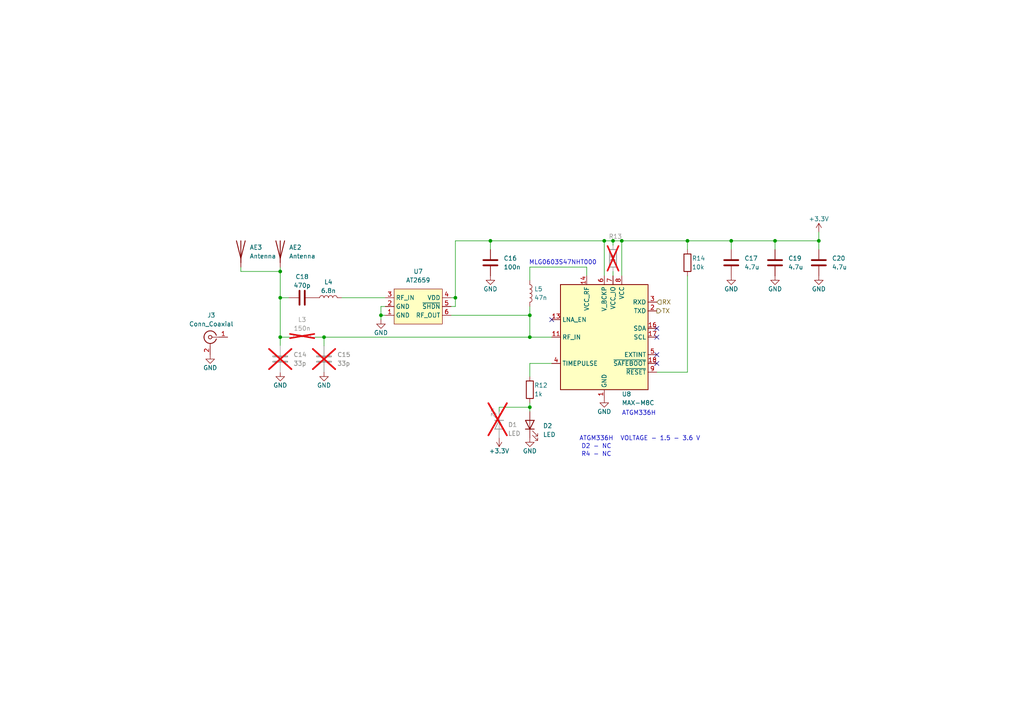
<source format=kicad_sch>
(kicad_sch (version 20250114) (generator "eeschema") (generator_version "9.0")
  (paper "A4")
  (lib_symbols
    (symbol "Connector:Conn_Coaxial" (pin_names (offset 1.016) (hide yes))
      (property "Reference" "J" (at 0.254 3.048 0))
      (property "Value" "Conn_Coaxial" (at 2.921 0 90))
      (symbol "Conn_Coaxial_0_1"
        (polyline (pts (xy -2.54 0) (xy -0.508 0)))
        (arc (start 1.778 0) (mid 0.222 -1.8079) (end -1.778 -0.508) (stroke (width 0.254)))
        (arc (start -1.778 0.508) (mid 0.2221 1.8084) (end 1.778 0) (stroke (width 0.254)))
        (circle (center 0 0) (radius 0.508) (stroke (width 0.2032)))
        (polyline (pts (xy 0 -2.54) (xy 0 -1.778)))
      )
      (symbol "Conn_Coaxial_1_1"
        (pin passive line (at -5.08 0 0) (length 2.54) (name "In") (number "1"))
        (pin passive line (at 0 -5.08 90) (length 2.54) (name "Ext") (number "2"))
      )
    )
    (symbol "Device:Antenna" (pin_numbers (hide yes)) (pin_names (offset 1.016) (hide yes))
      (property "Reference" "AE" (at -1.905 1.905 0))
      (property "Value" "Antenna" (at -1.905 0 0))
      (symbol "Antenna_0_1"
        (polyline (pts (xy 0 2.54) (xy 0 -3.81)) (stroke (width 0.254)))
        (polyline (pts (xy 1.27 2.54) (xy 0 -2.54) (xy -1.27 2.54)) (stroke (width 0.254)))
      )
      (symbol "Antenna_1_1"
        (pin input line (at 0 -5.08 90) (length 2.54) (name "A") (number "1"))
      )
    )
    (symbol "Device:C" (pin_numbers (hide yes)) (pin_names (offset 0.254))
      (property "Reference" "C" (at 0.635 2.54 0))
      (property "Value" "C" (at 0.635 -2.54 0))
      (symbol "C_0_1"
        (polyline (pts (xy -2.032 0.762) (xy 2.032 0.762)) (stroke (width 0.508)))
        (polyline (pts (xy -2.032 -0.762) (xy 2.032 -0.762)) (stroke (width 0.508)))
      )
      (symbol "C_1_1"
        (pin passive line (at 0 3.81 270) (length 2.794) (name "~") (number "1"))
        (pin passive line (at 0 -3.81 90) (length 2.794) (name "~") (number "2"))
      )
    )
    (symbol "Device:L" (pin_numbers (hide yes)) (pin_names (offset 1.016) (hide yes))
      (property "Reference" "L" (at -1.27 0 90))
      (property "Value" "L" (at 1.905 0 90))
      (symbol "L_0_1"
        (arc (start 0 2.54) (mid 0.6323 1.905) (end 0 1.27))
        (arc (start 0 1.27) (mid 0.6323 0.635) (end 0 0))
        (arc (start 0 0) (mid 0.6323 -0.635) (end 0 -1.27))
        (arc (start 0 -1.27) (mid 0.6323 -1.905) (end 0 -2.54))
      )
      (symbol "L_1_1"
        (pin passive line (at 0 3.81 270) (length 1.27) (name "1") (number "1"))
        (pin passive line (at 0 -3.81 90) (length 1.27) (name "2") (number "2"))
      )
    )
    (symbol "Device:LED" (pin_numbers (hide yes)) (pin_names (offset 1.016) (hide yes))
      (property "Reference" "D" (at 0 2.54 0))
      (property "Value" "LED" (at 0 -2.54 0))
      (symbol "LED_0_1"
        (polyline (pts (xy -3.048 -0.762) (xy -4.572 -2.286) (xy -3.81 -2.286) (xy -4.572 -2.286) (xy -4.572 -1.524)))
        (polyline (pts (xy -1.778 -0.762) (xy -3.302 -2.286) (xy -2.54 -2.286) (xy -3.302 -2.286) (xy -3.302 -1.524)))
        (polyline (pts (xy -1.27 0) (xy 1.27 0)))
        (polyline (pts (xy -1.27 -1.27) (xy -1.27 1.27)) (stroke (width 0.254)))
        (polyline (pts (xy 1.27 -1.27) (xy 1.27 1.27) (xy -1.27 0) (xy 1.27 -1.27)) (stroke (width 0.254)))
      )
      (symbol "LED_1_1"
        (pin passive line (at -3.81 0 0) (length 2.54) (name "K") (number "1"))
        (pin passive line (at 3.81 0 180) (length 2.54) (name "A") (number "2"))
      )
    )
    (symbol "Device:R" (pin_numbers (hide yes)) (pin_names (offset 0))
      (property "Reference" "R" (at 2.032 0 90))
      (property "Value" "R" (at 0 0 90))
      (symbol "R_0_1"
        (rectangle (start -1.016 -2.54) (end 1.016 2.54) (stroke (width 0.254)))
      )
      (symbol "R_1_1"
        (pin passive line (at 0 3.81 270) (length 1.27) (name "~") (number "1"))
        (pin passive line (at 0 -3.81 90) (length 1.27) (name "~") (number "2"))
      )
    )
    (symbol "PrjLib:AT2659"
      (property "Reference" "U?" (at 3.556 3.81 0))
      (property "Value" "AT2659" (at 6.096 -8.89 0))
      (symbol "AT2659_1_1"
        (rectangle (start 2.54 2.54) (end 16.51 -7.62) (fill (type background)))
        (pin power_in line (at 0 0 0) (length 2.54) (name "GND") (number "1"))
        (pin power_in line (at 0 -2.54 0) (length 2.54) (name "GND") (number "2"))
        (pin input line (at 0 -5.08 0) (length 2.54) (name "RF_IN") (number "3"))
        (pin input line (at 19.05 0 180) (length 2.54) (name "RF_OUT") (number "6"))
        (pin power_in line (at 19.05 -2.54 180) (length 2.54) (name "~{SHDN}") (number "5"))
        (pin power_in line (at 19.05 -5.08 180) (length 2.54) (name "VDD") (number "4"))
      )
    )
    (symbol "RF_GPS:MAX-M8C"
      (property "Reference" "U" (at -10.16 16.51 0))
      (property "Value" "MAX-M8C" (at 11.43 16.51 0))
      (symbol "MAX-M8C_0_1"
        (rectangle (start 12.7 15.24) (end -12.7 -15.24) (stroke (width 0.254)) (fill (type background)))
      )
      (symbol "MAX-M8C_1_1"
        (pin input line (at -15.24 10.16 0) (length 2.54) (name "RXD") (number "3"))
        (pin output line (at -15.24 7.62 0) (length 2.54) (name "TXD") (number "2"))
        (pin bidirectional line (at -15.24 2.54 0) (length 2.54) (name "SDA") (number "16"))
        (pin input line (at -15.24 0 0) (length 2.54) (name "SCL") (number "17"))
        (pin input line (at -15.24 -5.08 0) (length 2.54) (name "EXTINT") (number "5"))
        (pin input line (at -15.24 -7.62 0) (length 2.54) (name "~{SAFEBOOT}") (number "18"))
        (pin input line (at -15.24 -10.16 0) (length 2.54) (name "~{RESET}") (number "9"))
        (pin power_in line (at -5.08 17.78 270) (length 2.54) (name "VCC") (number "8"))
        (pin power_in line (at -2.54 17.78 270) (length 2.54) (name "VCC_IO") (number "7"))
        (pin power_in line (at 0 17.78 270) (length 2.54) (name "V_BCKP") (number "6"))
        (pin power_in line (at 0 -17.78 90) (length 2.54) (name "GND") (number "1"))
        (pin passive line (at 0 -17.78 90) (length 2.54) (hide yes) (name "GND") (number "10"))
        (pin passive line (at 0 -17.78 90) (length 2.54) (hide yes) (name "GND") (number "12"))
        (pin power_out line (at 5.08 17.78 270) (length 2.54) (name "VCC_RF") (number "14"))
        (pin no_connect line (at 12.7 -5.08 180) (length 2.54) (hide yes) (name "Reserved") (number "15"))
        (pin output line (at 15.24 5.08 180) (length 2.54) (name "LNA_EN") (number "13"))
        (pin input line (at 15.24 0 180) (length 2.54) (name "RF_IN") (number "11"))
        (pin output line (at 15.24 -7.62 180) (length 2.54) (name "TIMEPULSE") (number "4"))
      )
    )
    (symbol "power:+3.3V" (power) (pin_names (offset 0))
      (property "Value" "+3.3V" (at 0 3.556 0))
      (symbol "+3.3V_0_1"
        (polyline (pts (xy -0.762 1.27) (xy 0 2.54)))
        (polyline (pts (xy 0 2.54) (xy 0.762 1.27)))
        (polyline (pts (xy 0 0) (xy 0 2.54)))
      )
      (symbol "+3.3V_1_1"
        (pin power_in line (at 0 0 90) (length 0) (hide yes) (name "+3.3V") (number "1"))
      )
    )
    (symbol "power:GND" (power) (pin_names (offset 0))
      (property "Value" "GND" (at 0 -3.81 0))
      (symbol "GND_0_1"
        (polyline (pts (xy 0 0) (xy 0 -1.27) (xy 1.27 -1.27) (xy 0 -2.54) (xy -1.27 -1.27) (xy 0 -1.27)))
      )
      (symbol "GND_1_1"
        (pin power_in line (at 0 0 270) (length 0) (hide yes) (name "GND") (number "1"))
      )
    )
  )
  (text "D2 - NC\n" (at 172.974 129.54 0) (effects (font (size 1.27 1.27))))
  (text "VOLTAGE - 1.5 - 3.6 V" (at 191.516 127.254 0) (effects (font (size 1.27 1.27))))
  (text "ATGM336H" (at 180.34 120.65 0) (effects (font (size 1.27 1.27)) (justify left bottom)))
  (text "R4 - NC\n" (at 172.974 131.826 0) (effects (font (size 1.27 1.27))))
  (text "MLG0603S47NHT000" (at 153.416 76.962 0) (effects (font (size 1.27 1.27)) (justify left bottom)))
  (text "ATGM336H" (at 172.974 127.254 0) (effects (font (size 1.27 1.27))))
  (junction (at 237.49 69.85))
  (junction (at 212.09 69.85))
  (junction (at 81.28 86.36))
  (junction (at 153.67 97.79))
  (junction (at 110.49 91.44))
  (junction (at 224.79 69.85))
  (junction (at 93.98 97.79))
  (junction (at 175.26 69.85))
  (junction (at 180.34 69.85))
  (junction (at 153.67 91.44))
  (junction (at 153.67 118.11))
  (junction (at 81.28 97.79))
  (junction (at 142.24 69.85))
  (junction (at 177.8 69.85))
  (junction (at 81.28 78.74))
  (junction (at 199.39 69.85))
  (junction (at 132.08 86.36))
  (no_connect (at 190.5 95.25))
  (no_connect (at 190.5 97.79))
  (no_connect (at 190.5 105.41))
  (no_connect (at 160.02 92.71))
  (no_connect (at 190.5 102.87))
  (wire (pts (xy 175.26 69.85) (xy 175.26 80.01)))
  (wire (pts (xy 177.8 69.85) (xy 180.34 69.85)))
  (wire (pts (xy 130.81 88.9) (xy 132.08 88.9)))
  (wire (pts (xy 130.81 91.44) (xy 153.67 91.44)))
  (wire (pts (xy 175.26 69.85) (xy 177.8 69.85)))
  (wire (pts (xy 153.67 109.22) (xy 153.67 105.41)))
  (wire (pts (xy 153.67 118.11) (xy 153.67 116.84)))
  (wire (pts (xy 144.78 118.11) (xy 153.67 118.11)))
  (wire (pts (xy 177.8 69.85) (xy 177.8 71.12)))
  (wire (pts (xy 199.39 69.85) (xy 212.09 69.85)))
  (wire (pts (xy 81.28 78.74) (xy 81.28 86.36)))
  (wire (pts (xy 132.08 69.85) (xy 132.08 86.36)))
  (wire (pts (xy 81.28 86.36) (xy 81.28 97.79)))
  (wire (pts (xy 83.82 97.79) (xy 81.28 97.79)))
  (wire (pts (xy 199.39 80.01) (xy 199.39 107.95)))
  (wire (pts (xy 110.49 91.44) (xy 110.49 92.71)))
  (wire (pts (xy 177.8 78.74) (xy 177.8 80.01)))
  (wire (pts (xy 93.98 97.79) (xy 153.67 97.79)))
  (wire (pts (xy 170.18 77.47) (xy 170.18 80.01)))
  (wire (pts (xy 190.5 107.95) (xy 199.39 107.95)))
  (wire (pts (xy 180.34 69.85) (xy 199.39 69.85)))
  (wire (pts (xy 237.49 69.85) (xy 237.49 72.39)))
  (wire (pts (xy 93.98 97.79) (xy 93.98 100.33)))
  (wire (pts (xy 153.67 105.41) (xy 160.02 105.41)))
  (wire (pts (xy 153.67 81.28) (xy 153.67 77.47)))
  (wire (pts (xy 153.67 88.9) (xy 153.67 91.44)))
  (wire (pts (xy 153.67 77.47) (xy 170.18 77.47)))
  (wire (pts (xy 212.09 69.85) (xy 224.79 69.85)))
  (wire (pts (xy 212.09 69.85) (xy 212.09 72.39)))
  (wire (pts (xy 81.28 97.79) (xy 81.28 100.33)))
  (wire (pts (xy 132.08 88.9) (xy 132.08 86.36)))
  (wire (pts (xy 69.85 77.47) (xy 69.85 78.74)))
  (wire (pts (xy 224.79 69.85) (xy 237.49 69.85)))
  (wire (pts (xy 142.24 69.85) (xy 142.24 72.39)))
  (wire (pts (xy 144.78 118.11) (xy 144.78 119.38)))
  (wire (pts (xy 81.28 77.47) (xy 81.28 78.74)))
  (wire (pts (xy 153.67 97.79) (xy 160.02 97.79)))
  (wire (pts (xy 132.08 86.36) (xy 130.81 86.36)))
  (wire (pts (xy 110.49 88.9) (xy 110.49 91.44)))
  (wire (pts (xy 153.67 91.44) (xy 153.67 97.79)))
  (wire (pts (xy 175.26 69.85) (xy 142.24 69.85)))
  (wire (pts (xy 91.44 97.79) (xy 93.98 97.79)))
  (wire (pts (xy 153.67 119.38) (xy 153.67 118.11)))
  (wire (pts (xy 69.85 78.74) (xy 81.28 78.74)))
  (wire (pts (xy 81.28 86.36) (xy 83.82 86.36)))
  (wire (pts (xy 180.34 69.85) (xy 180.34 80.01)))
  (wire (pts (xy 99.06 86.36) (xy 111.76 86.36)))
  (wire (pts (xy 110.49 91.44) (xy 111.76 91.44)))
  (wire (pts (xy 142.24 69.85) (xy 132.08 69.85)))
  (wire (pts (xy 237.49 67.31) (xy 237.49 69.85)))
  (wire (pts (xy 111.76 88.9) (xy 110.49 88.9)))
  (wire (pts (xy 224.79 69.85) (xy 224.79 72.39)))
  (wire (pts (xy 199.39 69.85) (xy 199.39 72.39)))
  (hierarchical_label "TX" (shape output) (at 190.5 90.17 0))
  (hierarchical_label "RX" (shape input) (at 190.5 87.63 0))
  (symbol (lib_id "Device:C") (at 142.24 76.2 0) (unit 1)
    (property "Reference" "C16" (at 146.05 74.9299 0) (effects (justify left)))
    (property "Value" "100n" (at 146.05 77.4699 0) (effects (justify left)))
    (property "Footprint" "Capacitor_SMD:C_0201_0603Metric" (effects (hide yes)))
  )
  (symbol (lib_id "power:GND") (at 142.24 80.01 0) (unit 1)
    (property "Reference" "#PWR028" (effects (hide yes)))
    (property "Value" "GND" (at 142.24 83.82 0))
  )
  (symbol (lib_id "power:GND") (at 212.09 80.01 0) (unit 1)
    (property "Reference" "#PWR033" (effects (hide yes)))
    (property "Value" "GND" (at 212.09 83.82 0))
  )
  (symbol (lib_id "PrjLib:AT2659") (at 111.76 91.44 0) (mirror x) (unit 1)
    (property "Reference" "U7" (at 121.285 78.74 0))
    (property "Value" "AT2659" (at 121.285 81.28 0))
    (property "Footprint" "PrjLib:DFN-6_1x1.5_Pitch0.5mm_AT2659" (effects (hide yes)))
    (property "Datasheet" "https://www.lcsc.com/datasheet/lcsc_datasheet_1810010517_ZHONGKEWEI-AT2659_C92450.pdf" (effects (hide yes)))
    (property "Description" " Low Noise Amplifiers (LNA) - RF" (effects (hide yes)))
  )
  (symbol (lib_id "power:GND") (at 93.98 107.95 0) (unit 1)
    (property "Reference" "#PWR027" (effects (hide yes)))
    (property "Value" "GND" (at 93.98 111.76 0))
  )
  (symbol (lib_id "power:GND") (at 224.79 80.01 0) (unit 1)
    (property "Reference" "#PWR034" (effects (hide yes)))
    (property "Value" "GND" (at 224.79 83.82 0))
  )
  (symbol (lib_id "Device:C") (at 212.09 76.2 0) (unit 1)
    (property "Reference" "C17" (at 215.9 74.9299 0) (effects (justify left)))
    (property "Value" "4.7u" (at 215.9 77.4699 0) (effects (justify left)))
    (property "Footprint" "Capacitor_SMD:C_0201_0603Metric" (effects (hide yes)))
  )
  (symbol (lib_id "Device:C") (at 224.79 76.2 0) (unit 1)
    (property "Reference" "C19" (at 228.6 74.9299 0) (effects (justify left)))
    (property "Value" "4.7u" (at 228.6 77.4699 0) (effects (justify left)))
    (property "Footprint" "Capacitor_SMD:C_0201_0603Metric" (effects (hide yes)))
  )
  (symbol (lib_id "Device:Antenna") (at 81.28 72.39 0) (unit 1)
    (property "Reference" "AE2" (at 83.82 71.755 0) (effects (justify left)))
    (property "Value" "Antenna" (at 83.82 74.295 0) (effects (justify left)))
    (property "Footprint" "PrjLib:antenna_pad" (effects (hide yes)))
  )
  (symbol (lib_id "Device:L") (at 153.67 85.09 0) (unit 1)
    (property "Reference" "L5" (at 154.94 83.82 0) (effects (justify left)))
    (property "Value" "47n" (at 154.94 86.36 0) (effects (justify left)))
    (property "Footprint" "Inductor_SMD:L_0201_0603Metric" (effects (hide yes)))
    (property "Description" "MLG0603S47NHT000" (effects (hide yes)))
  )
  (symbol (lib_id "Device:R") (at 199.39 76.2 0) (unit 1)
    (property "Reference" "R14" (at 200.66 74.93 0) (effects (justify left)))
    (property "Value" "10k" (at 200.66 77.47 0) (effects (justify left)))
    (property "Footprint" "Resistor_SMD:R_0201_0603Metric" (effects (hide yes)))
  )
  (symbol (lib_id "Device:C") (at 81.28 104.14 0) (unit 1) (dnp yes)
    (property "Reference" "C14" (at 85.09 102.87 0) (effects (justify left)))
    (property "Value" "33p" (at 85.09 105.41 0) (effects (justify left)))
    (property "Footprint" "Capacitor_SMD:C_0201_0603Metric" (effects (hide yes)))
  )
  (symbol (lib_id "Device:LED") (at 153.67 123.19 90) (unit 1)
    (property "Reference" "D2" (at 157.48 123.5075 90) (effects (justify right)))
    (property "Value" "LED" (at 157.48 126.0475 90) (effects (justify right)))
    (property "Footprint" "LED_SMD:LED_0201_0603Metric" (effects (hide yes)))
  )
  (symbol (lib_id "Device:R") (at 177.8 74.93 0) (unit 1) (dnp yes)
    (property "Reference" "R13" (at 176.53 68.58 0) (effects (justify left)))
    (property "Value" "0R" (at 177.8 76.2 90) (effects (justify left)))
    (property "Footprint" "Resistor_SMD:R_0201_0603Metric" (effects (hide yes)))
  )
  (symbol (lib_id "power:GND") (at 110.49 92.71 0) (unit 1)
    (property "Reference" "#PWR031" (effects (hide yes)))
    (property "Value" "GND" (at 110.49 96.52 0))
  )
  (symbol (lib_id "power:GND") (at 153.67 127 0) (unit 1)
    (property "Reference" "#PWR030" (effects (hide yes)))
    (property "Value" "GND" (at 153.67 130.81 0))
  )
  (symbol (lib_id "Device:LED") (at 144.78 123.19 270) (unit 1) (dnp yes)
    (property "Reference" "D1" (at 147.32 123.19 90) (effects (justify left)))
    (property "Value" "LED" (at 147.32 125.73 90) (effects (justify left)))
    (property "Footprint" "LED_SMD:LED_0201_0603Metric" (effects (hide yes)))
  )
  (symbol (lib_id "power:GND") (at 237.49 80.01 0) (unit 1)
    (property "Reference" "#PWR036" (effects (hide yes)))
    (property "Value" "GND" (at 237.49 83.82 0))
  )
  (symbol (lib_id "Device:R") (at 153.67 113.03 0) (unit 1)
    (property "Reference" "R12" (at 154.94 111.76 0) (effects (justify left)))
    (property "Value" "1k" (at 154.94 114.3 0) (effects (justify left)))
    (property "Footprint" "Resistor_SMD:R_0201_0603Metric" (effects (hide yes)))
  )
  (symbol (lib_id "Device:C") (at 93.98 104.14 0) (unit 1) (dnp yes)
    (property "Reference" "C15" (at 97.79 102.87 0) (effects (justify left)))
    (property "Value" "33p" (at 97.79 105.41 0) (effects (justify left)))
    (property "Footprint" "Capacitor_SMD:C_0201_0603Metric" (effects (hide yes)))
  )
  (symbol (lib_id "Device:C") (at 237.49 76.2 0) (unit 1)
    (property "Reference" "C20" (at 241.3 74.9299 0) (effects (justify left)))
    (property "Value" "4.7u" (at 241.3 77.4699 0) (effects (justify left)))
    (property "Footprint" "Capacitor_SMD:C_0201_0603Metric" (effects (hide yes)))
  )
  (symbol (lib_id "power:GND") (at 81.28 107.95 0) (unit 1)
    (property "Reference" "#PWR026" (effects (hide yes)))
    (property "Value" "GND" (at 81.28 111.76 0))
  )
  (symbol (lib_id "RF_GPS:MAX-M8C") (at 175.26 97.79 0) (mirror y) (unit 1)
    (property "Reference" "U8" (at 180.34 114.3 0) (effects (justify right)))
    (property "Value" "MAX-M8C" (at 180.34 116.84 0) (effects (justify right)))
    (property "Footprint" "RF_GPS:ublox_MAX" (effects (hide yes)))
    (property "Datasheet" "https://www.u-blox.com/sites/default/files/MAX-M8-FW3_DataSheet_%28UBX-15031506%29.pdf" (effects (hide yes)))
  )
  (symbol (lib_id "Device:L") (at 95.25 86.36 90) (unit 1)
    (property "Reference" "L4" (at 95.25 81.788 90))
    (property "Value" "6.8n" (at 95.25 84.328 90))
    (property "Footprint" "Inductor_SMD:L_0201_0603Metric" (effects (hide yes)))
  )
  (symbol (lib_id "Device:Antenna") (at 69.85 72.39 0) (unit 1)
    (property "Reference" "AE3" (at 72.39 71.755 0) (effects (justify left)))
    (property "Value" "Antenna" (at 72.39 74.295 0) (effects (justify left)))
    (property "Footprint" "TestPoint:TestPoint_THTPad_1.0x1.0mm_Drill0.5mm" (effects (hide yes)))
  )
  (symbol (lib_id "power:GND") (at 175.26 115.57 0) (unit 1)
    (property "Reference" "#PWR032" (effects (hide yes)))
    (property "Value" "GND" (at 175.26 119.38 0))
  )
  (symbol (lib_id "Connector:Conn_Coaxial") (at 60.96 97.79 0) (mirror y) (unit 1)
    (property "Reference" "J3" (at 61.2774 91.44 0))
    (property "Value" "Conn_Coaxial" (at 61.2774 93.98 0))
    (property "Description" "coaxial connector (BNC, SMA, SMB, SMC, Cinch/RCA, LEMO, ...)" (effects (hide yes)))
  )
  (symbol (lib_id "Device:L") (at 87.63 97.79 90) (unit 1) (dnp yes)
    (property "Reference" "L3" (at 87.63 92.71 90))
    (property "Value" "150n" (at 87.63 95.25 90))
    (property "Footprint" "Capacitor_SMD:C_0201_0603Metric" (effects (hide yes)))
  )
  (symbol (lib_id "power:GND") (at 60.96 102.87 0) (unit 1)
    (property "Reference" "#PWR037" (effects (hide yes)))
    (property "Value" "GND" (at 60.96 106.68 0))
  )
  (symbol (lib_id "Device:C") (at 87.63 86.36 90) (unit 1)
    (property "Reference" "C18" (at 87.63 80.264 90))
    (property "Value" "470p" (at 87.63 82.804 90))
    (property "Footprint" "Capacitor_SMD:C_0201_0603Metric" (effects (hide yes)))
  )
  (symbol (lib_id "power:+3.3V") (at 144.78 127 180) (unit 1)
    (property "Reference" "#PWR029" (effects (hide yes)))
    (property "Value" "+3.3V" (at 144.78 130.81 0))
  )
  (symbol (lib_id "power:+3.3V") (at 237.49 67.31 0) (unit 1)
    (property "Reference" "#PWR035" (effects (hide yes)))
    (property "Value" "+3.3V" (at 237.49 63.5 0))
  )
)
</source>
